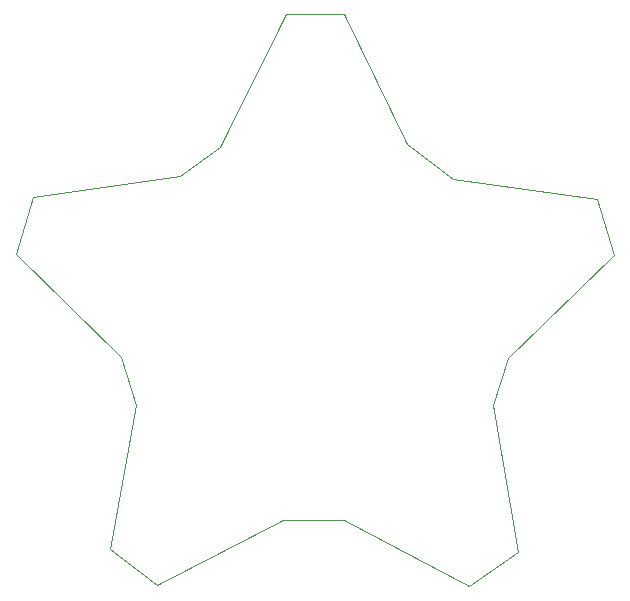
<source format=gbr>
%TF.GenerationSoftware,KiCad,Pcbnew,(5.1.9)-1*%
%TF.CreationDate,2021-09-09T22:51:27+02:00*%
%TF.ProjectId,star,73746172-2e6b-4696-9361-645f70636258,rev?*%
%TF.SameCoordinates,Original*%
%TF.FileFunction,Profile,NP*%
%FSLAX46Y46*%
G04 Gerber Fmt 4.6, Leading zero omitted, Abs format (unit mm)*
G04 Created by KiCad (PCBNEW (5.1.9)-1) date 2021-09-09 22:51:27*
%MOMM*%
%LPD*%
G01*
G04 APERTURE LIST*
%TA.AperFunction,Profile*%
%ADD10C,0.100000*%
%TD*%
G04 APERTURE END LIST*
D10*
X114300000Y-89000000D02*
X113000000Y-93000000D01*
X81500000Y-88900000D02*
X82800000Y-93000000D01*
X89900000Y-71100000D02*
X86500000Y-73600000D01*
X105700000Y-70900000D02*
X109600000Y-73800000D01*
X100400000Y-102700000D02*
X95200000Y-102700000D01*
X80600000Y-105200000D02*
X84600000Y-108200000D01*
X115100000Y-105400000D02*
X111000000Y-108300000D01*
X121800000Y-75500000D02*
X123300000Y-80300000D01*
X74100000Y-75400000D02*
X72600000Y-80200000D01*
X95500000Y-59900000D02*
X100400000Y-59900000D01*
X95200000Y-102700000D02*
X84600000Y-108200000D01*
X74100000Y-75400000D02*
X86500000Y-73600000D01*
X81500000Y-88900000D02*
X72600000Y-80200000D01*
X80600000Y-105200000D02*
X82800000Y-93000000D01*
X113000000Y-93000000D02*
X115100000Y-105400000D01*
X111000000Y-108300000D02*
X100400000Y-102700000D01*
X123300000Y-80300000D02*
X114300000Y-89000000D01*
X109600000Y-73800000D02*
X121800000Y-75500000D01*
X100400000Y-59900000D02*
X105700000Y-70900000D01*
X89900000Y-71100000D02*
X95500000Y-59900000D01*
M02*

</source>
